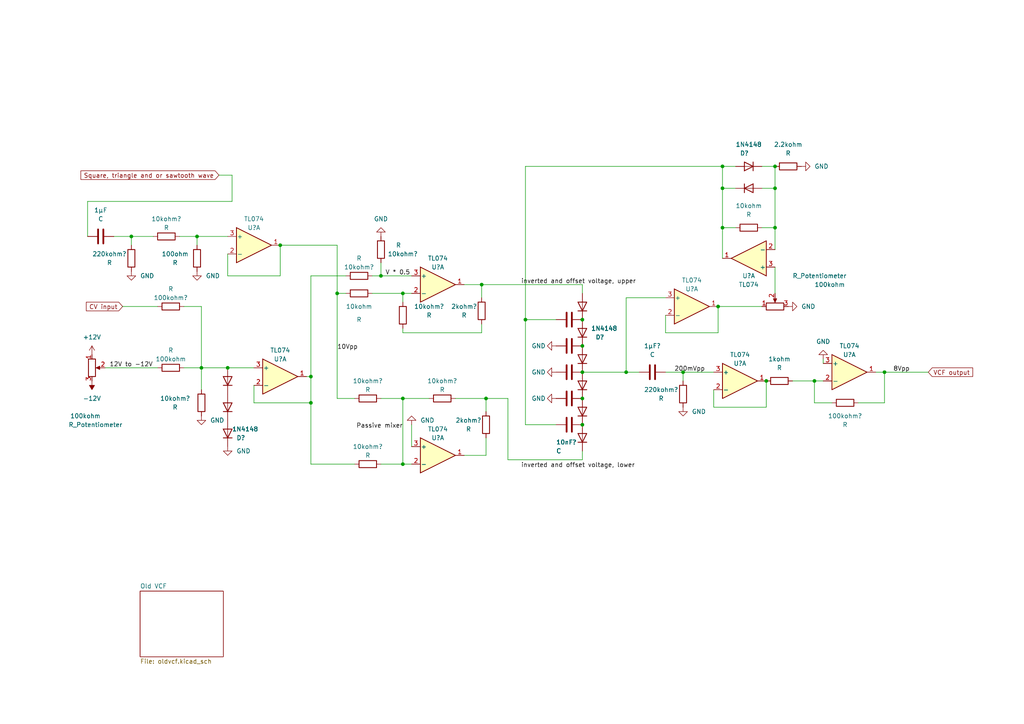
<source format=kicad_sch>
(kicad_sch (version 20211123) (generator eeschema)
  (paper "A4")
  (lib_symbols
    (symbol "Amplifier_Operational:TL074" (pin_names (offset 0.127))
      (property "Reference" "U" (at 0 5.08 0))
      (property "Value" "TL074" (at 0 -5.08 0))
      (symbol "TL074_1_1"
        (polyline (pts (xy -5.08 5.08) (xy 5.08 0) (xy -5.08 -5.08) (xy -5.08 5.08)) (stroke (width 0.254)) (fill (type background)))
        (pin output line (at 7.62 0 180) (length 2.54) (name "~") (number "1"))
        (pin input line (at -7.62 -2.54 0) (length 2.54) (name "-") (number "2"))
        (pin input line (at -7.62 2.54 0) (length 2.54) (name "+") (number "3"))
      )
      (symbol "TL074_2_1"
        (polyline (pts (xy -5.08 5.08) (xy 5.08 0) (xy -5.08 -5.08) (xy -5.08 5.08)) (stroke (width 0.254)) (fill (type background)))
        (pin input line (at -7.62 2.54 0) (length 2.54) (name "+") (number "5"))
        (pin input line (at -7.62 -2.54 0) (length 2.54) (name "-") (number "6"))
        (pin output line (at 7.62 0 180) (length 2.54) (name "~") (number "7"))
      )
      (symbol "TL074_3_1"
        (polyline (pts (xy -5.08 5.08) (xy 5.08 0) (xy -5.08 -5.08) (xy -5.08 5.08)) (stroke (width 0.254)) (fill (type background)))
        (pin input line (at -7.62 2.54 0) (length 2.54) (name "+") (number "10"))
        (pin output line (at 7.62 0 180) (length 2.54) (name "~") (number "8"))
        (pin input line (at -7.62 -2.54 0) (length 2.54) (name "-") (number "9"))
      )
      (symbol "TL074_4_1"
        (polyline (pts (xy -5.08 5.08) (xy 5.08 0) (xy -5.08 -5.08) (xy -5.08 5.08)) (stroke (width 0.254)) (fill (type background)))
        (pin input line (at -7.62 2.54 0) (length 2.54) (name "+") (number "12"))
        (pin input line (at -7.62 -2.54 0) (length 2.54) (name "-") (number "13"))
        (pin output line (at 7.62 0 180) (length 2.54) (name "~") (number "14"))
      )
      (symbol "TL074_5_1"
        (pin power_in line (at -2.54 -7.62 90) (length 3.81) (name "V-") (number "11"))
        (pin power_in line (at -2.54 7.62 270) (length 3.81) (name "V+") (number "4"))
      )
    )
    (symbol "Device:C" (pin_numbers hide) (pin_names (offset 0.254))
      (property "Reference" "C" (at 0.635 2.54 0))
      (property "Value" "C" (at 0.635 -2.54 0))
      (symbol "C_0_1"
        (polyline (pts (xy -2.032 -0.762) (xy 2.032 -0.762)) (stroke (width 0.508)))
        (polyline (pts (xy -2.032 0.762) (xy 2.032 0.762)) (stroke (width 0.508)))
      )
      (symbol "C_1_1"
        (pin passive line (at 0 3.81 270) (length 2.794) (name "~") (number "1"))
        (pin passive line (at 0 -3.81 90) (length 2.794) (name "~") (number "2"))
      )
    )
    (symbol "Device:R" (pin_numbers hide) (pin_names (offset 0))
      (property "Reference" "R" (at 2.032 0 90))
      (property "Value" "R" (at 0 0 90))
      (symbol "R_0_1"
        (rectangle (start -1.016 -2.54) (end 1.016 2.54) (stroke (width 0.254)))
      )
      (symbol "R_1_1"
        (pin passive line (at 0 3.81 270) (length 1.27) (name "~") (number "1"))
        (pin passive line (at 0 -3.81 90) (length 1.27) (name "~") (number "2"))
      )
    )
    (symbol "Device:R_Potentiometer" (pin_names (offset 1.016) hide)
      (property "Reference" "RV" (at -4.445 0 90))
      (property "Value" "R_Potentiometer" (at -2.54 0 90))
      (symbol "R_Potentiometer_0_1"
        (polyline (pts (xy 2.54 0) (xy 1.524 0)))
        (polyline (pts (xy 1.143 0) (xy 2.286 0.508) (xy 2.286 -0.508) (xy 1.143 0)) (fill (type outline)))
        (rectangle (start 1.016 2.54) (end -1.016 -2.54) (stroke (width 0.254)))
      )
      (symbol "R_Potentiometer_1_1"
        (pin passive line (at 0 3.81 270) (length 1.27) (name "1") (number "1"))
        (pin passive line (at 3.81 0 180) (length 1.27) (name "2") (number "2"))
        (pin passive line (at 0 -3.81 90) (length 1.27) (name "3") (number "3"))
      )
    )
    (symbol "Diode:1N4148" (pin_numbers hide) (pin_names hide)
      (property "Reference" "D" (at 0 2.54 0))
      (property "Value" "1N4148" (at 0 -2.54 0))
      (symbol "1N4148_0_1"
        (polyline (pts (xy -1.27 1.27) (xy -1.27 -1.27)) (stroke (width 0.254)))
        (polyline (pts (xy 1.27 0) (xy -1.27 0)))
        (polyline (pts (xy 1.27 1.27) (xy 1.27 -1.27) (xy -1.27 0) (xy 1.27 1.27)) (stroke (width 0.254)))
      )
      (symbol "1N4148_1_1"
        (pin passive line (at -3.81 0 0) (length 2.54) (name "K") (number "1"))
        (pin passive line (at 3.81 0 180) (length 2.54) (name "A") (number "2"))
      )
    )
    (symbol "power:+12V" (power) (pin_names (offset 0))
      (property "Value" "+12V" (at 0 3.556 0))
      (symbol "+12V_0_1"
        (polyline (pts (xy -0.762 1.27) (xy 0 2.54)))
        (polyline (pts (xy 0 0) (xy 0 2.54)))
        (polyline (pts (xy 0 2.54) (xy 0.762 1.27)))
      )
      (symbol "+12V_1_1"
        (pin power_in line (at 0 0 90) (length 0) hide (name "+12V") (number "1"))
      )
    )
    (symbol "power:-12V" (power) (pin_names (offset 0))
      (property "Value" "-12V" (at 0 3.81 0))
      (symbol "-12V_0_0"
        (pin power_in line (at 0 0 90) (length 0) hide (name "-12V") (number "1"))
      )
      (symbol "-12V_0_1"
        (polyline (pts (xy 0 0) (xy 0 1.27) (xy 0.762 1.27) (xy 0 2.54) (xy -0.762 1.27) (xy 0 1.27)) (fill (type outline)))
      )
    )
    (symbol "power:GND" (power) (pin_names (offset 0))
      (property "Value" "GND" (at 0 -3.81 0))
      (symbol "GND_0_1"
        (polyline (pts (xy 0 0) (xy 0 -1.27) (xy 1.27 -1.27) (xy 0 -2.54) (xy -1.27 -1.27) (xy 0 -1.27)))
      )
      (symbol "GND_1_1"
        (pin power_in line (at 0 0 270) (length 0) hide (name "GND") (number "1"))
      )
    )
  )
  (junction (at 168.91 100.33))
  (junction (at 208.28 88.9))
  (junction (at 38.1 68.58))
  (junction (at 209.55 48.26))
  (junction (at 198.12 107.95))
  (junction (at 90.17 109.22))
  (junction (at 168.91 115.57))
  (junction (at 66.04 106.68))
  (junction (at 110.49 80.01))
  (junction (at 140.97 115.57))
  (junction (at 90.17 116.84))
  (junction (at 224.79 48.26))
  (junction (at 168.91 123.19))
  (junction (at 209.55 66.04))
  (junction (at 116.84 85.09))
  (junction (at 181.61 107.95))
  (junction (at 81.28 71.12))
  (junction (at 58.42 106.68))
  (junction (at 116.84 134.62))
  (junction (at 152.4 92.71))
  (junction (at 209.55 54.61))
  (junction (at 116.84 115.57))
  (junction (at 224.79 54.61))
  (junction (at 222.25 110.49))
  (junction (at 256.54 107.95))
  (junction (at 57.15 68.58))
  (junction (at 168.91 107.95))
  (junction (at 139.7 82.55))
  (junction (at 97.79 85.09))
  (junction (at 224.79 66.04))
  (junction (at 236.22 110.49))
  (junction (at 168.91 92.71))
  (wire (pts (xy 25.4 68.58) (xy 25.4 58.42)))
  (wire (pts (xy 90.17 134.62) (xy 90.17 116.84)))
  (wire (pts (xy 67.31 58.42) (xy 67.31 50.8)))
  (wire (pts (xy 193.04 91.44) (xy 193.04 96.52)))
  (wire (pts (xy 168.91 133.35) (xy 168.91 130.81)))
  (wire (pts (xy 181.61 107.95) (xy 185.42 107.95)))
  (wire (pts (xy 209.55 66.04) (xy 213.36 66.04)))
  (wire (pts (xy 134.62 82.55) (xy 139.7 82.55)))
  (wire (pts (xy 161.29 123.19) (xy 152.4 123.19)))
  (wire (pts (xy 209.55 66.04) (xy 209.55 54.61)))
  (wire (pts (xy 139.7 82.55) (xy 168.91 82.55)))
  (wire (pts (xy 66.04 106.68) (xy 73.66 106.68)))
  (wire (pts (xy 139.7 86.36) (xy 139.7 82.55)))
  (wire (pts (xy 88.9 109.22) (xy 90.17 109.22)))
  (wire (pts (xy 198.12 107.95) (xy 198.12 110.49)))
  (wire (pts (xy 147.32 133.35) (xy 168.91 133.35)))
  (wire (pts (xy 97.79 85.09) (xy 97.79 115.57)))
  (wire (pts (xy 33.02 68.58) (xy 38.1 68.58)))
  (wire (pts (xy 207.01 118.11) (xy 222.25 118.11)))
  (wire (pts (xy 220.98 54.61) (xy 224.79 54.61)))
  (wire (pts (xy 97.79 85.09) (xy 100.33 85.09)))
  (wire (pts (xy 119.38 134.62) (xy 116.84 134.62)))
  (wire (pts (xy 224.79 48.26) (xy 224.79 54.61)))
  (wire (pts (xy 198.12 107.95) (xy 207.01 107.95)))
  (wire (pts (xy 209.55 54.61) (xy 209.55 48.26)))
  (wire (pts (xy 193.04 86.36) (xy 181.61 86.36)))
  (wire (pts (xy 38.1 68.58) (xy 38.1 71.12)))
  (wire (pts (xy 57.15 68.58) (xy 57.15 71.12)))
  (wire (pts (xy 38.1 68.58) (xy 44.45 68.58)))
  (wire (pts (xy 168.91 85.09) (xy 168.91 82.55)))
  (wire (pts (xy 102.87 134.62) (xy 90.17 134.62)))
  (wire (pts (xy 140.97 132.08) (xy 140.97 127)))
  (wire (pts (xy 224.79 77.47) (xy 224.79 85.09)))
  (wire (pts (xy 224.79 54.61) (xy 224.79 66.04)))
  (wire (pts (xy 224.79 66.04) (xy 224.79 72.39)))
  (wire (pts (xy 152.4 123.19) (xy 152.4 92.71)))
  (wire (pts (xy 152.4 48.26) (xy 152.4 92.71)))
  (wire (pts (xy 209.55 48.26) (xy 152.4 48.26)))
  (wire (pts (xy 107.95 80.01) (xy 110.49 80.01)))
  (wire (pts (xy 116.84 115.57) (xy 116.84 134.62)))
  (wire (pts (xy 236.22 110.49) (xy 236.22 116.84)))
  (wire (pts (xy 220.98 48.26) (xy 224.79 48.26)))
  (wire (pts (xy 58.42 106.68) (xy 66.04 106.68)))
  (wire (pts (xy 241.3 116.84) (xy 236.22 116.84)))
  (wire (pts (xy 116.84 96.52) (xy 116.84 95.25)))
  (wire (pts (xy 209.55 48.26) (xy 213.36 48.26)))
  (wire (pts (xy 256.54 107.95) (xy 256.54 116.84)))
  (wire (pts (xy 73.66 116.84) (xy 90.17 116.84)))
  (wire (pts (xy 181.61 86.36) (xy 181.61 107.95)))
  (wire (pts (xy 152.4 92.71) (xy 161.29 92.71)))
  (wire (pts (xy 110.49 80.01) (xy 119.38 80.01)))
  (wire (pts (xy 238.76 104.14) (xy 238.76 105.41)))
  (wire (pts (xy 53.34 88.9) (xy 58.42 88.9)))
  (wire (pts (xy 139.7 96.52) (xy 116.84 96.52)))
  (wire (pts (xy 220.98 66.04) (xy 224.79 66.04)))
  (wire (pts (xy 132.08 115.57) (xy 140.97 115.57)))
  (wire (pts (xy 25.4 58.42) (xy 67.31 58.42)))
  (wire (pts (xy 73.66 111.76) (xy 73.66 116.84)))
  (wire (pts (xy 110.49 134.62) (xy 116.84 134.62)))
  (wire (pts (xy 209.55 54.61) (xy 213.36 54.61)))
  (wire (pts (xy 147.32 115.57) (xy 147.32 133.35)))
  (wire (pts (xy 110.49 80.01) (xy 110.49 76.2)))
  (wire (pts (xy 100.33 80.01) (xy 90.17 80.01)))
  (wire (pts (xy 57.15 68.58) (xy 66.04 68.58)))
  (wire (pts (xy 134.62 132.08) (xy 140.97 132.08)))
  (wire (pts (xy 97.79 115.57) (xy 102.87 115.57)))
  (wire (pts (xy 140.97 115.57) (xy 140.97 119.38)))
  (wire (pts (xy 168.91 107.95) (xy 181.61 107.95)))
  (wire (pts (xy 107.95 85.09) (xy 116.84 85.09)))
  (wire (pts (xy 140.97 115.57) (xy 147.32 115.57)))
  (wire (pts (xy 256.54 116.84) (xy 248.92 116.84)))
  (wire (pts (xy 35.56 88.9) (xy 45.72 88.9)))
  (wire (pts (xy 209.55 74.93) (xy 209.55 66.04)))
  (wire (pts (xy 139.7 93.98) (xy 139.7 96.52)))
  (wire (pts (xy 81.28 71.12) (xy 97.79 71.12)))
  (wire (pts (xy 90.17 116.84) (xy 90.17 109.22)))
  (wire (pts (xy 208.28 96.52) (xy 208.28 88.9)))
  (wire (pts (xy 208.28 88.9) (xy 220.98 88.9)))
  (wire (pts (xy 66.04 80.01) (xy 81.28 80.01)))
  (wire (pts (xy 207.01 113.03) (xy 207.01 118.11)))
  (wire (pts (xy 58.42 88.9) (xy 58.42 106.68)))
  (wire (pts (xy 53.34 106.68) (xy 58.42 106.68)))
  (wire (pts (xy 256.54 107.95) (xy 269.24 107.95)))
  (wire (pts (xy 116.84 85.09) (xy 116.84 87.63)))
  (wire (pts (xy 52.07 68.58) (xy 57.15 68.58)))
  (wire (pts (xy 256.54 107.95) (xy 254 107.95)))
  (wire (pts (xy 97.79 71.12) (xy 97.79 85.09)))
  (wire (pts (xy 110.49 115.57) (xy 116.84 115.57)))
  (wire (pts (xy 58.42 113.03) (xy 58.42 106.68)))
  (wire (pts (xy 193.04 96.52) (xy 208.28 96.52)))
  (wire (pts (xy 236.22 110.49) (xy 238.76 110.49)))
  (wire (pts (xy 30.48 106.68) (xy 45.72 106.68)))
  (wire (pts (xy 116.84 85.09) (xy 119.38 85.09)))
  (wire (pts (xy 193.04 107.95) (xy 198.12 107.95)))
  (wire (pts (xy 66.04 73.66) (xy 66.04 80.01)))
  (wire (pts (xy 90.17 80.01) (xy 90.17 109.22)))
  (wire (pts (xy 67.31 50.8) (xy 63.5 50.8)))
  (wire (pts (xy 116.84 115.57) (xy 124.46 115.57)))
  (wire (pts (xy 222.25 118.11) (xy 222.25 110.49)))
  (wire (pts (xy 119.38 123.19) (xy 119.38 129.54)))
  (wire (pts (xy 81.28 80.01) (xy 81.28 71.12)))
  (wire (pts (xy 229.87 110.49) (xy 236.22 110.49)))
  (label "12V to -12V" (at 31.75 106.68 0))
  (label "inverted and offset voltage, lower" (at 151.13 135.89 0))
  (label "V * 0.5" (at 111.76 80.01 0))
  (label "8Vpp" (at 259.08 107.95 0))
  (label "200mVpp" (at 195.58 107.95 0))
  (label "Passive mixer" (at 116.84 124.46 180))
  (label "inverted and offset voltage, upper" (at 151.13 82.55 0))
  (label "10Vpp" (at 97.79 101.6 0))
  (global_label "VCF output" (shape input) (at 269.24 107.95 0) (property "Intersheet References" "${INTERSHEET_REFS}" (effects hide)))
  (global_label "CV input" (shape input) (at 35.56 88.9 180) (property "Intersheet References" "${INTERSHEET_REFS}" (effects hide)))
  (global_label "Square, triangle and or sawtooth wave" (shape input) (at 63.5 50.8 180) (property "Intersheet References" "${INTERSHEET_REFS}" (effects hide)))
  (symbol (lib_id "Amplifier_Operational:TL074") (at 246.38 107.95 0) (unit 1)
    (property "Reference" "U?" (at 246.38 102.87 0))
    (property "Value" "TL074" (at 246.38 100.33 0))
    (property "Datasheet" "http://www.ti.com/lit/ds/symlink/tl071.pdf" (effects hide))
  )
  (symbol (lib_id "Amplifier_Operational:TL074") (at 73.66 71.12 0) (unit 1)
    (property "Reference" "U?" (at 73.66 66.04 0))
    (property "Value" "TL074" (at 73.66 63.5 0))
    (property "Datasheet" "http://www.ti.com/lit/ds/symlink/tl071.pdf" (effects hide))
  )
  (symbol (lib_id "Device:R") (at 106.68 134.62 90) (unit 1)
    (property "Reference" "10kohm?" (at 106.68 129.54 90))
    (property "Value" "R" (at 106.68 132.08 90))
  )
  (symbol (lib_id "Device:R") (at 228.6 48.26 90) (unit 1)
    (property "Reference" "2.2kohm" (at 228.6 41.91 90))
    (property "Value" "R" (at 228.6 44.45 90))
  )
  (symbol (lib_id "Device:R") (at 140.97 123.19 180) (unit 1)
    (property "Reference" "2kohm?" (at 135.89 121.92 0))
    (property "Value" "R" (at 135.89 124.46 0))
  )
  (symbol (lib_id "Device:R") (at 198.12 114.3 180) (unit 1)
    (property "Reference" "220kohm?" (at 191.77 113.03 0))
    (property "Value" "R" (at 191.77 115.57 0))
  )
  (symbol (lib_id "Device:R") (at 104.14 85.09 90) (unit 1)
    (property "Reference" "10kohm" (at 104.14 88.9 90))
    (property "Value" "R" (at 104.14 92.71 90))
  )
  (symbol (lib_id "power:GND") (at 66.04 129.54 0) (unit 1)
    (property "Reference" "#PWR?" (effects hide))
    (property "Value" "GND" (at 68.58 130.8099 0) (effects (justify left)))
  )
  (symbol (lib_id "power:GND") (at 232.41 48.26 90) (unit 1)
    (property "Reference" "#PWR?" (effects hide))
    (property "Value" "GND" (at 236.22 48.2599 90) (effects (justify right)))
  )
  (symbol (lib_id "Device:R") (at 58.42 116.84 180) (unit 1)
    (property "Reference" "10kohm?" (at 50.8 115.57 0))
    (property "Value" "R" (at 50.8 118.11 0))
  )
  (symbol (lib_id "Device:R") (at 139.7 90.17 180) (unit 1)
    (property "Reference" "2kohm?" (at 134.62 88.9 0))
    (property "Value" "R" (at 134.62 91.44 0))
  )
  (symbol (lib_id "power:GND") (at 238.76 104.14 180) (unit 1)
    (property "Reference" "#PWR?" (effects hide))
    (property "Value" "GND" (at 238.76 99.06 0))
  )
  (symbol (lib_id "Amplifier_Operational:TL074") (at 217.17 74.93 180) (unit 1)
    (property "Reference" "U?" (at 217.17 80.01 0))
    (property "Value" "TL074" (at 217.17 82.55 0))
    (property "Datasheet" "http://www.ti.com/lit/ds/symlink/tl071.pdf" (effects hide))
  )
  (symbol (lib_id "Diode:1N4148") (at 168.91 96.52 90) (unit 1)
    (property "Reference" "D?" (at 173.99 97.79 90))
    (property "Value" "1N4148" (at 175.26 95.25 90))
    (property "Footprint" "Diode_THT:D_DO-35_SOD27_P7.62mm_Horizontal" (effects hide))
    (property "Datasheet" "https://assets.nexperia.com/documents/data-sheet/1N4148_1N4448.pdf" (effects hide))
  )
  (symbol (lib_id "Device:C") (at 165.1 107.95 90) (unit 1)
    (property "Reference" "10nF?" (at 161.29 128.27 90) (effects (justify right)))
    (property "Value" "C" (at 161.29 130.81 90) (effects (justify right)))
  )
  (symbol (lib_id "Diode:1N4148") (at 217.17 48.26 180) (unit 1)
    (property "Reference" "D?" (at 215.9 44.45 0))
    (property "Value" "1N4148" (at 217.17 41.91 0))
    (property "Footprint" "Diode_THT:D_DO-35_SOD27_P7.62mm_Horizontal" (effects hide))
    (property "Datasheet" "https://assets.nexperia.com/documents/data-sheet/1N4148_1N4448.pdf" (effects hide))
  )
  (symbol (lib_id "Device:R") (at 217.17 66.04 90) (unit 1)
    (property "Reference" "10kohm" (at 217.17 59.69 90))
    (property "Value" "R" (at 217.17 62.23 90))
  )
  (symbol (lib_id "Device:R") (at 57.15 74.93 180) (unit 1)
    (property "Reference" "100ohm" (at 50.8 73.66 0))
    (property "Value" "R" (at 50.8 76.2 0))
  )
  (symbol (lib_id "Device:R") (at 48.26 68.58 90) (unit 1)
    (property "Reference" "10kohm?" (at 48.26 63.5 90))
    (property "Value" "R" (at 48.26 66.04 90))
  )
  (symbol (lib_id "power:GND") (at 38.1 78.74 0) (unit 1)
    (property "Reference" "#PWR?" (effects hide))
    (property "Value" "GND" (at 40.64 80.0099 0) (effects (justify left)))
  )
  (symbol (lib_id "power:GND") (at 161.29 115.57 270) (unit 1)
    (property "Reference" "#PWR?" (effects hide))
    (property "Value" "GND" (at 156.21 115.57 90))
  )
  (symbol (lib_id "Device:R") (at 110.49 72.39 0) (unit 1)
    (property "Reference" "10kohm?" (at 116.84 73.66 0))
    (property "Value" "R" (at 115.57 71.12 0))
  )
  (symbol (lib_id "Device:R") (at 49.53 88.9 90) (unit 1)
    (property "Reference" "100kohm?" (at 49.53 86.36 90))
    (property "Value" "R" (at 49.53 83.82 90))
  )
  (symbol (lib_id "Device:R") (at 226.06 110.49 90) (unit 1)
    (property "Reference" "1kohm" (at 226.06 104.14 90))
    (property "Value" "R" (at 226.06 106.68 90))
  )
  (symbol (lib_id "power:GND") (at 228.6 88.9 90) (unit 1)
    (property "Reference" "#PWR?" (effects hide))
    (property "Value" "GND" (at 232.41 88.8999 90) (effects (justify right)))
  )
  (symbol (lib_id "Device:R") (at 38.1 74.93 180) (unit 1)
    (property "Reference" "220kohm?" (at 31.75 73.66 0))
    (property "Value" "R" (at 31.75 76.2 0))
  )
  (symbol (lib_id "Diode:1N4148") (at 66.04 110.49 90) (unit 1)
    (property "Reference" "D?" (at 69.85 127 90))
    (property "Value" "1N4148" (at 71.12 124.46 90))
    (property "Footprint" "Diode_THT:D_DO-35_SOD27_P7.62mm_Horizontal" (effects hide))
    (property "Datasheet" "https://assets.nexperia.com/documents/data-sheet/1N4148_1N4448.pdf" (effects hide))
  )
  (symbol (lib_id "Device:R") (at 116.84 91.44 180) (unit 1)
    (property "Reference" "10kohm?" (at 124.46 88.9 0))
    (property "Value" "R" (at 124.46 91.44 0))
  )
  (symbol (lib_id "Device:C") (at 29.21 68.58 90) (unit 1)
    (property "Reference" "1μF" (at 29.21 60.96 90))
    (property "Value" "C" (at 29.21 63.5 90))
  )
  (symbol (lib_id "Diode:1N4148") (at 168.91 119.38 90) (unit 1)
    (property "Reference" "D?" (at 173.99 97.79 90))
    (property "Value" "1N4148" (at 175.26 95.25 90))
    (property "Footprint" "Diode_THT:D_DO-35_SOD27_P7.62mm_Horizontal" (effects hide))
    (property "Datasheet" "https://assets.nexperia.com/documents/data-sheet/1N4148_1N4448.pdf" (effects hide))
  )
  (symbol (lib_id "power:-12V") (at 26.67 110.49 180) (unit 1)
    (property "Reference" "#PWR?" (effects hide))
    (property "Value" "-12V" (at 26.67 115.57 0))
  )
  (symbol (lib_id "Diode:1N4148") (at 217.17 54.61 0) (unit 1)
    (property "Reference" "D?" (at 215.9 44.45 0))
    (property "Value" "1N4148" (at 217.17 41.91 0))
    (property "Footprint" "Diode_THT:D_DO-35_SOD27_P7.62mm_Horizontal" (effects hide))
    (property "Datasheet" "https://assets.nexperia.com/documents/data-sheet/1N4148_1N4448.pdf" (effects hide))
  )
  (symbol (lib_id "Device:R") (at 104.14 80.01 90) (unit 1)
    (property "Reference" "10kohm?" (at 104.14 77.47 90))
    (property "Value" "R" (at 104.14 74.93 90))
  )
  (symbol (lib_id "Amplifier_Operational:TL074") (at 81.28 109.22 0) (unit 1)
    (property "Reference" "U?" (at 81.28 104.14 0))
    (property "Value" "TL074" (at 81.28 101.6 0))
    (property "Datasheet" "http://www.ti.com/lit/ds/symlink/tl071.pdf" (effects hide))
  )
  (symbol (lib_id "power:GND") (at 110.49 68.58 180) (unit 1)
    (property "Reference" "#PWR?" (effects hide))
    (property "Value" "GND" (at 110.49 63.5 0))
  )
  (symbol (lib_id "Diode:1N4148") (at 168.91 104.14 90) (unit 1)
    (property "Reference" "D?" (at 173.99 97.79 90))
    (property "Value" "1N4148" (at 175.26 95.25 90))
    (property "Footprint" "Diode_THT:D_DO-35_SOD27_P7.62mm_Horizontal" (effects hide))
    (property "Datasheet" "https://assets.nexperia.com/documents/data-sheet/1N4148_1N4448.pdf" (effects hide))
  )
  (symbol (lib_id "Device:R") (at 128.27 115.57 90) (unit 1)
    (property "Reference" "10kohm?" (at 128.27 110.49 90))
    (property "Value" "R" (at 128.27 113.03 90))
  )
  (symbol (lib_id "Device:C") (at 165.1 100.33 90) (unit 1)
    (property "Reference" "10nF?" (at 161.29 128.27 90) (effects (justify right)))
    (property "Value" "C" (at 161.29 130.81 90) (effects (justify right)))
  )
  (symbol (lib_id "power:GND") (at 58.42 120.65 0) (unit 1)
    (property "Reference" "#PWR?" (effects hide))
    (property "Value" "GND" (at 60.96 121.9199 0) (effects (justify left)))
  )
  (symbol (lib_id "Diode:1N4148") (at 168.91 111.76 90) (unit 1)
    (property "Reference" "D?" (at 173.99 97.79 90))
    (property "Value" "1N4148" (at 175.26 95.25 90))
    (property "Footprint" "Diode_THT:D_DO-35_SOD27_P7.62mm_Horizontal" (effects hide))
    (property "Datasheet" "https://assets.nexperia.com/documents/data-sheet/1N4148_1N4448.pdf" (effects hide))
  )
  (symbol (lib_id "Device:R_Potentiometer") (at 26.67 106.68 0) (unit 1)
    (property "Reference" "100kohm" (at 29.21 120.65 0) (effects (justify right)))
    (property "Value" "R_Potentiometer" (at 35.56 123.19 0) (effects (justify right)))
  )
  (symbol (lib_id "power:GND") (at 119.38 123.19 180) (unit 1)
    (property "Reference" "#PWR?" (effects hide))
    (property "Value" "GND" (at 121.92 121.9199 0) (effects (justify right)))
  )
  (symbol (lib_id "power:GND") (at 161.29 100.33 270) (unit 1)
    (property "Reference" "#PWR?" (effects hide))
    (property "Value" "GND" (at 156.21 100.33 90))
  )
  (symbol (lib_id "Device:C") (at 165.1 92.71 90) (unit 1)
    (property "Reference" "10nF?" (at 161.29 128.27 90) (effects (justify right)))
    (property "Value" "C" (at 161.29 130.81 90) (effects (justify right)))
  )
  (symbol (lib_id "Amplifier_Operational:TL074") (at 127 82.55 0) (unit 1)
    (property "Reference" "U?" (at 127 77.47 0))
    (property "Value" "TL074" (at 127 74.93 0))
    (property "Datasheet" "http://www.ti.com/lit/ds/symlink/tl071.pdf" (effects hide))
  )
  (symbol (lib_id "Device:C") (at 165.1 115.57 90) (unit 1)
    (property "Reference" "10nF?" (at 161.29 128.27 90) (effects (justify right)))
    (property "Value" "C" (at 161.29 130.81 90) (effects (justify right)))
  )
  (symbol (lib_id "Device:R") (at 245.11 116.84 90) (unit 1)
    (property "Reference" "100kohm?" (at 245.11 120.65 90))
    (property "Value" "R" (at 245.11 123.19 90))
  )
  (symbol (lib_id "power:GND") (at 57.15 78.74 0) (unit 1)
    (property "Reference" "#PWR?" (effects hide))
    (property "Value" "GND" (at 59.69 80.0099 0) (effects (justify left)))
  )
  (symbol (lib_id "Diode:1N4148") (at 66.04 125.73 90) (unit 1)
    (property "Reference" "D?" (at 69.85 127 90))
    (property "Value" "1N4148" (at 71.12 124.46 90))
    (property "Footprint" "Diode_THT:D_DO-35_SOD27_P7.62mm_Horizontal" (effects hide))
    (property "Datasheet" "https://assets.nexperia.com/documents/data-sheet/1N4148_1N4448.pdf" (effects hide))
  )
  (symbol (lib_id "Device:R_Potentiometer") (at 224.79 88.9 90) (unit 1)
    (property "Reference" "100kohm" (at 236.22 82.55 90) (effects (justify right)))
    (property "Value" "R_Potentiometer" (at 229.87 80.01 90) (effects (justify right)))
  )
  (symbol (lib_id "Device:C") (at 165.1 123.19 90) (unit 1)
    (property "Reference" "10nF?" (at 161.29 128.27 90) (effects (justify right)))
    (property "Value" "C" (at 161.29 130.81 90) (effects (justify right)))
  )
  (symbol (lib_id "Device:R") (at 49.53 106.68 90) (unit 1)
    (property "Reference" "100kohm" (at 49.53 104.14 90))
    (property "Value" "R" (at 49.53 101.6 90))
  )
  (symbol (lib_id "power:+12V") (at 26.67 102.87 0) (unit 1)
    (property "Reference" "#PWR?" (effects hide))
    (property "Value" "+12V" (at 26.67 97.79 0))
  )
  (symbol (lib_id "Amplifier_Operational:TL074") (at 214.63 110.49 0) (unit 1)
    (property "Reference" "U?" (at 214.63 105.41 0))
    (property "Value" "TL074" (at 214.63 102.87 0))
    (property "Datasheet" "http://www.ti.com/lit/ds/symlink/tl071.pdf" (effects hide))
  )
  (symbol (lib_id "power:GND") (at 198.12 118.11 0) (unit 1)
    (property "Reference" "#PWR?" (effects hide))
    (property "Value" "GND" (at 200.66 119.3799 0) (effects (justify left)))
  )
  (symbol (lib_id "Device:R") (at 106.68 115.57 90) (unit 1)
    (property "Reference" "10kohm?" (at 106.68 110.49 90))
    (property "Value" "R" (at 106.68 113.03 90))
  )
  (symbol (lib_id "Amplifier_Operational:TL074") (at 127 132.08 0) (unit 1)
    (property "Reference" "U?" (at 127 127 0))
    (property "Value" "TL074" (at 127 124.46 0))
    (property "Datasheet" "http://www.ti.com/lit/ds/symlink/tl071.pdf" (effects hide))
  )
  (symbol (lib_id "Amplifier_Operational:TL074") (at 200.66 88.9 0) (unit 1)
    (property "Reference" "U?" (at 200.66 83.82 0))
    (property "Value" "TL074" (at 200.66 81.28 0))
    (property "Datasheet" "http://www.ti.com/lit/ds/symlink/tl071.pdf" (effects hide))
  )
  (symbol (lib_id "Diode:1N4148") (at 168.91 127 90) (unit 1)
    (property "Reference" "D?" (at 173.99 97.79 90))
    (property "Value" "1N4148" (at 175.26 95.25 90))
    (property "Footprint" "Diode_THT:D_DO-35_SOD27_P7.62mm_Horizontal" (effects hide))
    (property "Datasheet" "https://assets.nexperia.com/documents/data-sheet/1N4148_1N4448.pdf" (effects hide))
  )
  (symbol (lib_id "power:GND") (at 161.29 107.95 270) (unit 1)
    (property "Reference" "#PWR?" (effects hide))
    (property "Value" "GND" (at 156.21 107.95 90))
  )
  (symbol (lib_id "Device:C") (at 189.23 107.95 90) (unit 1)
    (property "Reference" "1μF?" (at 189.23 100.33 90))
    (property "Value" "C" (at 189.23 102.87 90))
  )
  (symbol (lib_id "Diode:1N4148") (at 66.04 118.11 90) (unit 1)
    (property "Reference" "D?" (at 69.85 127 90))
    (property "Value" "1N4148" (at 71.12 124.46 90))
    (property "Footprint" "Diode_THT:D_DO-35_SOD27_P7.62mm_Horizontal" (effects hide))
    (property "Datasheet" "https://assets.nexperia.com/documents/data-sheet/1N4148_1N4448.pdf" (effects hide))
  )
  (symbol (lib_id "Diode:1N4148") (at 168.91 88.9 90) (unit 1)
    (property "Reference" "D?" (at 173.99 97.79 90))
    (property "Value" "1N4148" (at 175.26 95.25 90))
    (property "Footprint" "Diode_THT:D_DO-35_SOD27_P7.62mm_Horizontal" (effects hide))
    (property "Datasheet" "https://assets.nexperia.com/documents/data-sheet/1N4148_1N4448.pdf" (effects hide))
  )
  (sheet (at 40.64 171.45) (size 24.13 19.05) (stroke (width 0.1524))
    (property "Sheet name" "Old VCF" (at 40.64 170.7384 0) (effects (justify left bottom)))
    (property "Sheet file" "oldvcf.kicad_sch" (at 40.64 191.0846 0) (effects (justify left top)))
  )
)
</source>
